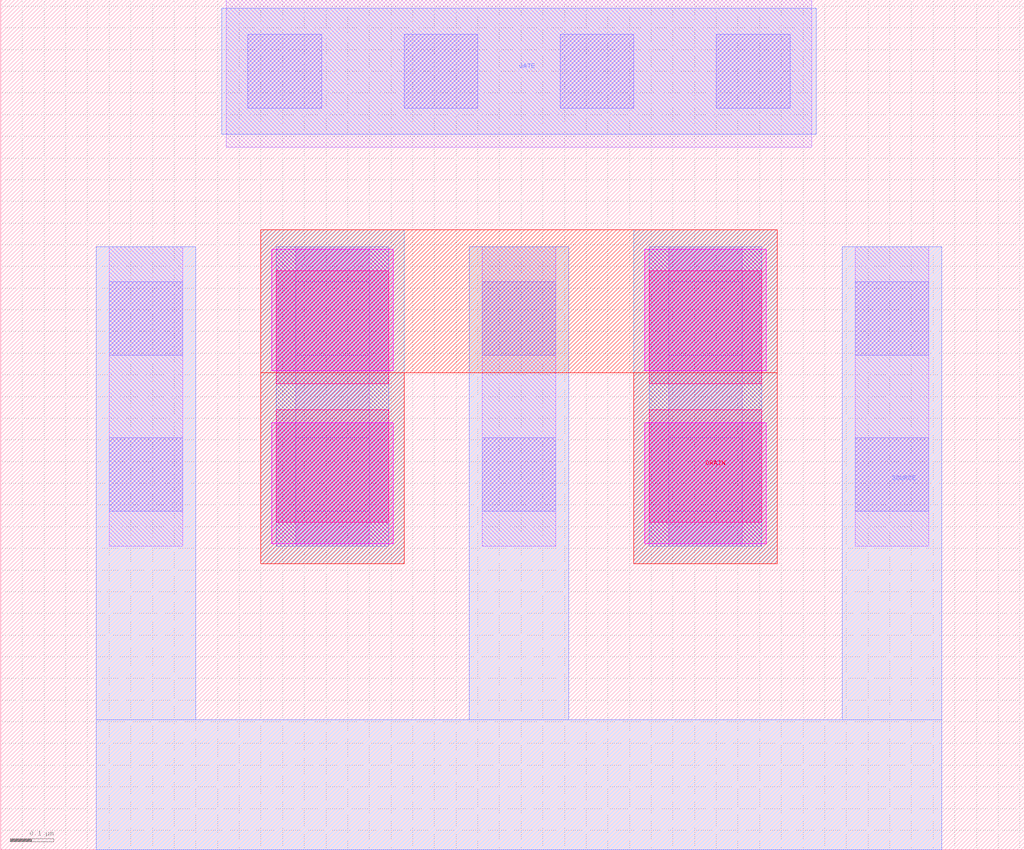
<source format=lef>
# Copyright 2020 The SkyWater PDK Authors
#
# Licensed under the Apache License, Version 2.0 (the "License");
# you may not use this file except in compliance with the License.
# You may obtain a copy of the License at
#
#     https://www.apache.org/licenses/LICENSE-2.0
#
# Unless required by applicable law or agreed to in writing, software
# distributed under the License is distributed on an "AS IS" BASIS,
# WITHOUT WARRANTIES OR CONDITIONS OF ANY KIND, either express or implied.
# See the License for the specific language governing permissions and
# limitations under the License.
#
# SPDX-License-Identifier: Apache-2.0

VERSION 5.7 ;
  NOWIREEXTENSIONATPIN ON ;
  DIVIDERCHAR "/" ;
  BUSBITCHARS "[]" ;
MACRO sky130_fd_pr__rf_pfet_01v8_aF04W0p84L0p15
  CLASS BLOCK ;
  FOREIGN sky130_fd_pr__rf_pfet_01v8_aF04W0p84L0p15 ;
  ORIGIN  0.000000  0.445000 ;
  SIZE  2.360000 BY  1.960000 ;
  PIN DRAIN
    ANTENNADIFFAREA  0.470400 ;
    PORT
      LAYER met3 ;
        RECT 0.600000 0.215000 0.930000 0.655000 ;
        RECT 0.600000 0.655000 1.790000 0.985000 ;
        RECT 1.460000 0.215000 1.790000 0.655000 ;
    END
  END DRAIN
  PIN GATE
    ANTENNAGATEAREA  0.504000 ;
    PORT
      LAYER met1 ;
        RECT 0.510000 1.205000 1.880000 1.495000 ;
    END
  END GATE
  PIN SOURCE
    ANTENNADIFFAREA  0.680400 ;
    PORT
      LAYER met1 ;
        RECT 0.220000 -0.445000 2.170000 -0.145000 ;
        RECT 0.220000 -0.145000 0.450000  0.945000 ;
        RECT 1.080000 -0.145000 1.310000  0.945000 ;
        RECT 1.940000 -0.145000 2.170000  0.945000 ;
    END
  END SOURCE
  OBS
    LAYER li1 ;
      RECT 0.250000 0.255000 0.420000 0.945000 ;
      RECT 0.520000 1.175000 1.870000 1.515000 ;
      RECT 0.680000 0.255000 0.850000 0.945000 ;
      RECT 1.110000 0.255000 1.280000 0.945000 ;
      RECT 1.540000 0.255000 1.710000 0.945000 ;
      RECT 1.970000 0.255000 2.140000 0.945000 ;
    LAYER mcon ;
      RECT 0.250000 0.335000 0.420000 0.505000 ;
      RECT 0.250000 0.695000 0.420000 0.865000 ;
      RECT 0.570000 1.265000 0.740000 1.435000 ;
      RECT 0.680000 0.335000 0.850000 0.505000 ;
      RECT 0.680000 0.695000 0.850000 0.865000 ;
      RECT 0.930000 1.265000 1.100000 1.435000 ;
      RECT 1.110000 0.335000 1.280000 0.505000 ;
      RECT 1.110000 0.695000 1.280000 0.865000 ;
      RECT 1.290000 1.265000 1.460000 1.435000 ;
      RECT 1.540000 0.335000 1.710000 0.505000 ;
      RECT 1.540000 0.695000 1.710000 0.865000 ;
      RECT 1.650000 1.265000 1.820000 1.435000 ;
      RECT 1.970000 0.335000 2.140000 0.505000 ;
      RECT 1.970000 0.695000 2.140000 0.865000 ;
    LAYER met1 ;
      RECT 0.635000 0.255000 0.895000 0.945000 ;
      RECT 1.495000 0.255000 1.755000 0.945000 ;
    LAYER met2 ;
      RECT 0.600000 0.215000 0.930000 0.985000 ;
      RECT 1.460000 0.215000 1.790000 0.985000 ;
    LAYER via ;
      RECT 0.635000 0.310000 0.895000 0.570000 ;
      RECT 0.635000 0.630000 0.895000 0.890000 ;
      RECT 1.495000 0.310000 1.755000 0.570000 ;
      RECT 1.495000 0.630000 1.755000 0.890000 ;
    LAYER via2 ;
      RECT 0.625000 0.260000 0.905000 0.540000 ;
      RECT 0.625000 0.660000 0.905000 0.940000 ;
      RECT 1.485000 0.260000 1.765000 0.540000 ;
      RECT 1.485000 0.660000 1.765000 0.940000 ;
  END
END sky130_fd_pr__rf_pfet_01v8_aF04W0p84L0p15
END LIBRARY

</source>
